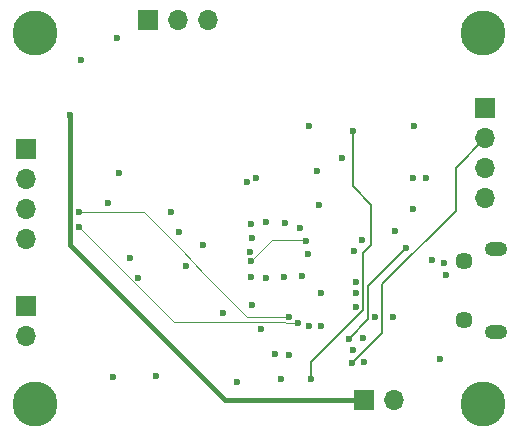
<source format=gbr>
%TF.GenerationSoftware,KiCad,Pcbnew,7.0.7*%
%TF.CreationDate,2023-09-18T16:24:31-07:00*%
%TF.ProjectId,pi_pico_dds,70695f70-6963-46f5-9f64-64732e6b6963,rev?*%
%TF.SameCoordinates,Original*%
%TF.FileFunction,Copper,L4,Bot*%
%TF.FilePolarity,Positive*%
%FSLAX46Y46*%
G04 Gerber Fmt 4.6, Leading zero omitted, Abs format (unit mm)*
G04 Created by KiCad (PCBNEW 7.0.7) date 2023-09-18 16:24:31*
%MOMM*%
%LPD*%
G01*
G04 APERTURE LIST*
%TA.AperFunction,ComponentPad*%
%ADD10R,1.700000X1.700000*%
%TD*%
%TA.AperFunction,ComponentPad*%
%ADD11O,1.700000X1.700000*%
%TD*%
%TA.AperFunction,ComponentPad*%
%ADD12C,3.800000*%
%TD*%
%TA.AperFunction,ComponentPad*%
%ADD13O,1.900000X1.200000*%
%TD*%
%TA.AperFunction,ComponentPad*%
%ADD14C,1.450000*%
%TD*%
%TA.AperFunction,ViaPad*%
%ADD15C,0.600000*%
%TD*%
%TA.AperFunction,Conductor*%
%ADD16C,0.200000*%
%TD*%
%TA.AperFunction,Conductor*%
%ADD17C,0.400000*%
%TD*%
%TA.AperFunction,Conductor*%
%ADD18C,0.100000*%
%TD*%
G04 APERTURE END LIST*
D10*
%TO.P,J6,1,Pin_1*%
%TO.N,Net-(J6-Pin_1)*%
X177342800Y-66522600D03*
D11*
%TO.P,J6,2,Pin_2*%
%TO.N,GND*%
X179882800Y-66522600D03*
%TO.P,J6,3,Pin_3*%
X182422800Y-66522600D03*
%TD*%
D10*
%TO.P,J3,1,Pin_1*%
%TO.N,+3V3*%
X205866600Y-74025600D03*
D11*
%TO.P,J3,2,Pin_2*%
%TO.N,/SDA*%
X205866600Y-76565600D03*
%TO.P,J3,3,Pin_3*%
%TO.N,/SCL*%
X205866600Y-79105600D03*
%TO.P,J3,4,Pin_4*%
%TO.N,GND*%
X205866600Y-81645600D03*
%TD*%
D10*
%TO.P,J2,1,Pin_1*%
%TO.N,+5V*%
X195617000Y-98679000D03*
D11*
%TO.P,J2,2,Pin_2*%
%TO.N,GND*%
X198157000Y-98679000D03*
%TD*%
D12*
%TO.P,H1,1,1*%
%TO.N,GND*%
X205740000Y-67614800D03*
%TD*%
%TO.P,H2,1,1*%
%TO.N,GND*%
X205740000Y-99060000D03*
%TD*%
D10*
%TO.P,J4,1,Pin_1*%
%TO.N,+3V3*%
X166979600Y-77419200D03*
D11*
%TO.P,J4,2,Pin_2*%
%TO.N,/ADC2*%
X166979600Y-79959200D03*
%TO.P,J4,3,Pin_3*%
%TO.N,/ADC3*%
X166979600Y-82499200D03*
%TO.P,J4,4,Pin_4*%
%TO.N,GND*%
X166979600Y-85039200D03*
%TD*%
D12*
%TO.P,H3,1,1*%
%TO.N,GND*%
X167767000Y-99060000D03*
%TD*%
%TO.P,H4,1,1*%
%TO.N,GND*%
X167767000Y-67614800D03*
%TD*%
D13*
%TO.P,J1,6,Shield*%
%TO.N,unconnected-(J1-Shield-Pad6)*%
X206844700Y-92924000D03*
D14*
X204144700Y-91924000D03*
X204144700Y-86924000D03*
D13*
X206844700Y-85924000D03*
%TD*%
D10*
%TO.P,J5,1,Pin_1*%
%TO.N,/SWCLK*%
X166979600Y-90754200D03*
D11*
%TO.P,J5,2,Pin_2*%
%TO.N,/SWD*%
X166979600Y-93294200D03*
%TD*%
D15*
%TO.N,GND*%
X174371000Y-96774000D03*
X178054000Y-96647000D03*
X184912000Y-97155000D03*
X188595000Y-96901000D03*
X174726600Y-68018600D03*
%TO.N,+5V*%
X170764200Y-74549000D03*
%TO.N,GND*%
X176530000Y-88341200D03*
X196596000Y-91694000D03*
X182041800Y-85547200D03*
X192024000Y-92456000D03*
X198120000Y-91694000D03*
X194754933Y-86075735D03*
X179959000Y-84455000D03*
X201422000Y-86868000D03*
X171704000Y-69900800D03*
X194945000Y-89662000D03*
X186486800Y-79933800D03*
X175818800Y-86715600D03*
X190220600Y-84150200D03*
X186944000Y-92659200D03*
X194945000Y-90805000D03*
X173990000Y-82016600D03*
X186131200Y-84988400D03*
X199796400Y-79908400D03*
X200914000Y-79908400D03*
X186055000Y-88265000D03*
X202057000Y-95250000D03*
X188976000Y-83693000D03*
X180543200Y-87376000D03*
X191617600Y-79349600D03*
X186055000Y-83820000D03*
X195427600Y-85191600D03*
X202565000Y-88138000D03*
X194970400Y-88696800D03*
X179324000Y-82804000D03*
X188849000Y-88265000D03*
X174879000Y-79451200D03*
X191008000Y-92456000D03*
X191008000Y-75539600D03*
X193792700Y-78239556D03*
X202438000Y-87122000D03*
%TO.N,+3V3*%
X198272400Y-84429600D03*
X190856700Y-86360000D03*
X188137800Y-94818200D03*
X191795400Y-82194400D03*
X195580000Y-93472000D03*
X194665600Y-94488000D03*
X189255400Y-94894400D03*
X183667400Y-91338400D03*
X192024000Y-89662000D03*
X185724800Y-80213200D03*
X186182000Y-90627200D03*
X185978800Y-86156800D03*
X199796400Y-82550000D03*
X190398400Y-88239600D03*
X199847200Y-75539600D03*
X187325000Y-88366600D03*
X195630800Y-95453200D03*
X187375800Y-83642200D03*
%TO.N,+1V1*%
X186084465Y-86949289D03*
X190754000Y-85242400D03*
%TO.N,/SDA*%
X194614800Y-95605600D03*
%TO.N,/SCL*%
X194335400Y-93548200D03*
X199171000Y-85801200D03*
%TO.N,/ADC2*%
X171475400Y-82829400D03*
X189280800Y-91643200D03*
%TO.N,/ADC3*%
X190017400Y-92151200D03*
X171500800Y-84099400D03*
%TO.N,Net-(R5-Pad1)*%
X191135000Y-96901000D03*
X194665600Y-75895200D03*
%TD*%
D16*
%TO.N,Net-(R5-Pad1)*%
X191135000Y-95504000D02*
X191135000Y-96901000D01*
X195580000Y-91059000D02*
X191135000Y-95504000D01*
D17*
%TO.N,+5V*%
X170764200Y-85597350D02*
X183845850Y-98679000D01*
X170764200Y-74549000D02*
X170764200Y-85597350D01*
X183845850Y-98679000D02*
X195617000Y-98679000D01*
D18*
%TO.N,+1V1*%
X187842154Y-85191600D02*
X186084465Y-86949289D01*
X190754000Y-85191600D02*
X187842154Y-85191600D01*
D16*
%TO.N,/SDA*%
X197196000Y-93024400D02*
X197196000Y-88884200D01*
X194614800Y-95605600D02*
X197196000Y-93024400D01*
X203403200Y-79029000D02*
X205866600Y-76565600D01*
X197196000Y-88884200D02*
X203403200Y-82677000D01*
X203403200Y-82677000D02*
X203403200Y-79029000D01*
%TO.N,/SCL*%
X195996000Y-91887600D02*
X194335400Y-93548200D01*
X195996000Y-89042800D02*
X195996000Y-91887600D01*
X199171000Y-85867800D02*
X195996000Y-89042800D01*
X199171000Y-85801200D02*
X199171000Y-85867800D01*
D18*
%TO.N,/ADC2*%
X185699400Y-91643200D02*
X182093574Y-88037374D01*
X180201363Y-86044692D02*
X180201363Y-86025699D01*
X177005064Y-82829400D02*
X171475400Y-82829400D01*
X178325864Y-84150200D02*
X177005064Y-82829400D01*
X185775600Y-91643200D02*
X185699400Y-91643200D01*
X189280800Y-91643200D02*
X185775600Y-91643200D01*
X182093574Y-88037374D02*
X180201363Y-86044692D01*
X180201363Y-86025699D02*
X178325864Y-84150200D01*
%TO.N,/ADC3*%
X171500800Y-84099400D02*
X179510600Y-92109200D01*
X189975400Y-92193200D02*
X190017400Y-92151200D01*
X188968982Y-92109200D02*
X189052982Y-92193200D01*
X179510600Y-92109200D02*
X188968982Y-92109200D01*
X189052982Y-92193200D02*
X189975400Y-92193200D01*
D16*
%TO.N,Net-(R5-Pad1)*%
X196240400Y-85623400D02*
X196240400Y-82194400D01*
X195580000Y-86283800D02*
X196240400Y-85623400D01*
X195580000Y-91059000D02*
X195580000Y-86283800D01*
X194665600Y-75895200D02*
X194665600Y-80619600D01*
X194665600Y-80619600D02*
X196240400Y-82194400D01*
%TD*%
M02*

</source>
